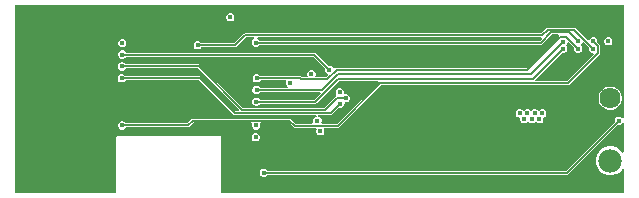
<source format=gbr>
%TF.GenerationSoftware,Altium Limited,Altium Designer,23.6.0 (18)*%
G04 Layer_Physical_Order=6*
G04 Layer_Color=16711680*
%FSLAX45Y45*%
%MOMM*%
%TF.SameCoordinates,DE65B9CC-D9CF-42CD-B8C9-10693606ABAB*%
%TF.FilePolarity,Positive*%
%TF.FileFunction,Copper,L6,Bot,Signal*%
%TF.Part,Single*%
G01*
G75*
%TA.AperFunction,Conductor*%
%ADD22C,0.12700*%
%TA.AperFunction,ComponentPad*%
%ADD24C,1.78500*%
%ADD25C,1.98000*%
%TA.AperFunction,ViaPad*%
%ADD26C,0.45000*%
G36*
X7879009Y3056393D02*
X7866309Y3053867D01*
X7865741Y3055239D01*
X7855839Y3065141D01*
X7842902Y3070500D01*
X7828898D01*
X7815961Y3065141D01*
X7806059Y3055239D01*
X7800700Y3042302D01*
Y3028298D01*
X7802126Y3024855D01*
X7388768Y2611496D01*
X4861467D01*
X4860041Y2614939D01*
X4850139Y2624841D01*
X4837202Y2630200D01*
X4823198D01*
X4810261Y2624841D01*
X4800359Y2614939D01*
X4795000Y2602002D01*
Y2587998D01*
X4800359Y2575061D01*
X4810261Y2565159D01*
X4823198Y2559800D01*
X4837202D01*
X4850139Y2565159D01*
X4860041Y2575061D01*
X4861467Y2578504D01*
X7395600D01*
X7407264Y2583336D01*
X7825455Y3001526D01*
X7828898Y3000100D01*
X7842902D01*
X7855839Y3005459D01*
X7865741Y3015361D01*
X7866309Y3016733D01*
X7879009Y3014207D01*
Y2768440D01*
X7866742Y2765153D01*
X7862825Y2771938D01*
X7839738Y2795025D01*
X7811462Y2811350D01*
X7779925Y2819800D01*
X7747275D01*
X7715738Y2811350D01*
X7687462Y2795025D01*
X7664375Y2771938D01*
X7648050Y2743662D01*
X7639600Y2712125D01*
Y2679475D01*
X7648050Y2647938D01*
X7664375Y2619662D01*
X7687462Y2596575D01*
X7715738Y2580250D01*
X7747275Y2571800D01*
X7779925D01*
X7811462Y2580250D01*
X7839738Y2596575D01*
X7862825Y2619662D01*
X7866742Y2626447D01*
X7879009Y2623160D01*
Y2420691D01*
X4465900D01*
Y2905000D01*
X3585900D01*
X3581400Y2900500D01*
Y2420691D01*
X2725491D01*
Y4018209D01*
X7879009D01*
Y3056393D01*
D02*
G37*
%LPC*%
G36*
X4553602Y3946800D02*
X4539598D01*
X4526661Y3941441D01*
X4516759Y3931539D01*
X4511400Y3918602D01*
Y3904598D01*
X4516759Y3891661D01*
X4526661Y3881759D01*
X4539598Y3876400D01*
X4553602D01*
X4566539Y3881759D01*
X4576441Y3891661D01*
X4581800Y3904598D01*
Y3918602D01*
X4576441Y3931539D01*
X4566539Y3941441D01*
X4553602Y3946800D01*
D02*
G37*
G36*
X7754002Y3743600D02*
X7739998D01*
X7727061Y3738241D01*
X7717159Y3728339D01*
X7711800Y3715402D01*
Y3701398D01*
X7717159Y3688461D01*
X7727061Y3678559D01*
X7739998Y3673200D01*
X7754002D01*
X7766939Y3678559D01*
X7776841Y3688461D01*
X7782200Y3701398D01*
Y3715402D01*
X7776841Y3728339D01*
X7766939Y3738241D01*
X7754002Y3743600D01*
D02*
G37*
G36*
X3638906Y3727902D02*
X3624902D01*
X3611965Y3722543D01*
X3602063Y3712641D01*
X3596704Y3699704D01*
Y3685700D01*
X3602063Y3672763D01*
X3611965Y3662861D01*
X3624902Y3657502D01*
X3638906D01*
X3651843Y3662861D01*
X3661745Y3672763D01*
X3667104Y3685700D01*
Y3699704D01*
X3661745Y3712641D01*
X3651843Y3722543D01*
X3638906Y3727902D01*
D02*
G37*
G36*
X7458710Y3822686D02*
X7235190D01*
X7223526Y3817854D01*
X7179462Y3773791D01*
X4671695D01*
X4660031Y3768959D01*
X4581867Y3690796D01*
X4302467D01*
X4301041Y3694239D01*
X4291139Y3704141D01*
X4278202Y3709500D01*
X4264198D01*
X4251261Y3704141D01*
X4241359Y3694239D01*
X4236000Y3681302D01*
Y3667298D01*
X4241359Y3654361D01*
X4251261Y3644459D01*
X4264198Y3639100D01*
X4278202D01*
X4291139Y3644459D01*
X4301041Y3654361D01*
X4302467Y3657804D01*
X4588700D01*
X4600364Y3662636D01*
X4678528Y3740799D01*
X4748600D01*
X4751126Y3728099D01*
X4743261Y3724841D01*
X4733359Y3714939D01*
X4728000Y3702002D01*
Y3687998D01*
X4733359Y3675061D01*
X4743261Y3665159D01*
X4756198Y3659800D01*
X4770202D01*
X4783139Y3665159D01*
X4793041Y3675061D01*
X4794467Y3678504D01*
X7174800D01*
X7186464Y3683336D01*
X7271233Y3768104D01*
X7322273D01*
X7326176Y3755404D01*
X7054367Y3483596D01*
X5448300D01*
X5436636Y3478764D01*
X5431733Y3473861D01*
X5418246Y3478335D01*
X5414641Y3487039D01*
X5404739Y3496941D01*
X5391802Y3502300D01*
X5377798D01*
X5374355Y3500874D01*
X5268564Y3606664D01*
X5256900Y3611496D01*
X3662567D01*
X3661141Y3614939D01*
X3651239Y3624841D01*
X3638302Y3630200D01*
X3624298D01*
X3611361Y3624841D01*
X3601459Y3614939D01*
X3596100Y3602002D01*
Y3587998D01*
X3601459Y3575061D01*
X3611361Y3565159D01*
X3624298Y3559800D01*
X3638302D01*
X3651239Y3565159D01*
X3661141Y3575061D01*
X3662567Y3578504D01*
X5250067D01*
X5351026Y3477545D01*
X5349600Y3474102D01*
Y3460098D01*
X5354959Y3447161D01*
X5364861Y3437259D01*
X5373565Y3433654D01*
X5378039Y3420167D01*
X5360617Y3402746D01*
X5274919D01*
X5266583Y3415446D01*
X5268800Y3420798D01*
Y3434802D01*
X5263441Y3447739D01*
X5253539Y3457641D01*
X5240602Y3463000D01*
X5226598D01*
X5213661Y3457641D01*
X5203759Y3447739D01*
X5198400Y3434802D01*
Y3420798D01*
X5200617Y3415446D01*
X5192281Y3402746D01*
X5154983D01*
X5151064Y3406664D01*
X5139400Y3411496D01*
X4802367D01*
X4800941Y3414939D01*
X4791039Y3424841D01*
X4778102Y3430200D01*
X4764098D01*
X4751161Y3424841D01*
X4741259Y3414939D01*
X4735900Y3402002D01*
Y3387998D01*
X4741259Y3375061D01*
X4751161Y3365159D01*
X4764098Y3359800D01*
X4778102D01*
X4791039Y3365159D01*
X4800941Y3375061D01*
X4802367Y3378504D01*
X5013931D01*
X5021887Y3365804D01*
X5019400Y3359802D01*
Y3345798D01*
X5024759Y3332861D01*
X5033424Y3324196D01*
X5032628Y3318418D01*
X5029531Y3311496D01*
X4800767D01*
X4799341Y3314939D01*
X4789439Y3324841D01*
X4776502Y3330200D01*
X4762498D01*
X4749561Y3324841D01*
X4739659Y3314939D01*
X4734300Y3302002D01*
Y3287998D01*
X4739659Y3275061D01*
X4749561Y3265159D01*
X4762498Y3259800D01*
X4776502D01*
X4789439Y3265159D01*
X4799341Y3275061D01*
X4800767Y3278504D01*
X5308682D01*
X5313542Y3266771D01*
X5258267Y3211496D01*
X4799167D01*
X4797741Y3214939D01*
X4787839Y3224841D01*
X4774902Y3230200D01*
X4760898D01*
X4747961Y3224841D01*
X4738059Y3214939D01*
X4732700Y3202002D01*
Y3187998D01*
X4738059Y3175061D01*
X4747961Y3165159D01*
X4760898Y3159800D01*
X4774902D01*
X4787839Y3165159D01*
X4797741Y3175061D01*
X4799167Y3178504D01*
X5265100D01*
X5276764Y3183336D01*
X5467833Y3374404D01*
X5798272D01*
X5802176Y3361704D01*
X5450317Y3009846D01*
X5324919D01*
X5316583Y3022546D01*
X5318800Y3027898D01*
Y3041902D01*
X5313441Y3054839D01*
X5303539Y3064741D01*
X5290602Y3070100D01*
X5291798Y3082304D01*
X5395900D01*
X5407564Y3087136D01*
X5462455Y3142026D01*
X5465898Y3140600D01*
X5479902D01*
X5492839Y3145959D01*
X5502741Y3155861D01*
X5508100Y3168798D01*
Y3180747D01*
X5514797Y3187768D01*
X5518616Y3190600D01*
X5531502D01*
X5544439Y3195959D01*
X5554341Y3205861D01*
X5559700Y3218798D01*
Y3232802D01*
X5554341Y3245739D01*
X5544439Y3255641D01*
X5531502Y3261000D01*
X5518616D01*
X5514797Y3263832D01*
X5508100Y3270853D01*
Y3282802D01*
X5502741Y3295739D01*
X5492839Y3305641D01*
X5479902Y3311000D01*
X5465898D01*
X5452961Y3305641D01*
X5443059Y3295739D01*
X5437700Y3282802D01*
Y3268798D01*
X5443059Y3255861D01*
X5444891Y3254029D01*
X5441486Y3239473D01*
X5436636Y3237464D01*
X5339867Y3140696D01*
X4655033D01*
X4289064Y3506664D01*
X4277400Y3511496D01*
X3660967D01*
X3659541Y3514939D01*
X3649639Y3524841D01*
X3636702Y3530200D01*
X3622698D01*
X3609761Y3524841D01*
X3599859Y3514939D01*
X3594500Y3502002D01*
Y3487998D01*
X3599859Y3475061D01*
X3609761Y3465159D01*
X3622698Y3459800D01*
X3636702D01*
X3649639Y3465159D01*
X3659541Y3475061D01*
X3660967Y3478504D01*
X4270567D01*
X4622042Y3127029D01*
X4617182Y3115296D01*
X4589553D01*
X4298184Y3406664D01*
X4286520Y3411496D01*
X3659367D01*
X3657941Y3414939D01*
X3648039Y3424841D01*
X3635102Y3430200D01*
X3621098D01*
X3608161Y3424841D01*
X3598259Y3414939D01*
X3592900Y3402002D01*
Y3387998D01*
X3598259Y3375061D01*
X3608161Y3365159D01*
X3621098Y3359800D01*
X3635102D01*
X3648039Y3365159D01*
X3657941Y3375061D01*
X3659367Y3378504D01*
X4279688D01*
X4571056Y3087136D01*
X4582720Y3082304D01*
X5275402D01*
X5276598Y3070100D01*
X5263661Y3064741D01*
X5253759Y3054839D01*
X5248400Y3041902D01*
Y3027898D01*
X5250617Y3022546D01*
X5242281Y3009846D01*
X5097563D01*
X5059194Y3048214D01*
X5047530Y3053046D01*
X4231101D01*
X4219436Y3048214D01*
X4182718Y3011496D01*
X3661267D01*
X3659841Y3014939D01*
X3649939Y3024841D01*
X3637002Y3030200D01*
X3622998D01*
X3610061Y3024841D01*
X3600159Y3014939D01*
X3594800Y3002002D01*
Y2987998D01*
X3600159Y2975061D01*
X3610061Y2965159D01*
X3622998Y2959800D01*
X3637002D01*
X3649939Y2965159D01*
X3659841Y2975061D01*
X3661267Y2978504D01*
X4189550D01*
X4201215Y2983336D01*
X4237933Y3020054D01*
X4723381D01*
X4731717Y3007354D01*
X4729500Y3002002D01*
Y2987998D01*
X4734859Y2975061D01*
X4744761Y2965159D01*
X4757698Y2959800D01*
X4771702D01*
X4784639Y2965159D01*
X4794541Y2975061D01*
X4799900Y2987998D01*
Y3002002D01*
X4797683Y3007354D01*
X4806019Y3020054D01*
X5040698D01*
X5079066Y2981686D01*
X5090730Y2976854D01*
X5271314D01*
X5274533Y2972308D01*
X5277854Y2964154D01*
X5273400Y2953402D01*
Y2939398D01*
X5278759Y2926461D01*
X5288661Y2916559D01*
X5301598Y2911200D01*
X5315602D01*
X5328539Y2916559D01*
X5338441Y2926461D01*
X5343800Y2939398D01*
Y2953402D01*
X5339346Y2964154D01*
X5342667Y2972308D01*
X5345886Y2976854D01*
X5457150D01*
X5468814Y2981686D01*
X5823433Y3336304D01*
X7404100D01*
X7415764Y3341136D01*
X7673214Y3598586D01*
X7678046Y3610250D01*
Y3666850D01*
X7673214Y3678514D01*
X7653774Y3697955D01*
X7655200Y3701398D01*
Y3715402D01*
X7649841Y3728339D01*
X7639939Y3738241D01*
X7627002Y3743600D01*
X7612998D01*
X7600061Y3738241D01*
X7590159Y3728339D01*
X7586554Y3719635D01*
X7573067Y3715162D01*
X7470374Y3817854D01*
X7458710Y3822686D01*
D02*
G37*
G36*
X7776520Y3323940D02*
X7750679D01*
X7725719Y3317252D01*
X7703340Y3304331D01*
X7685068Y3286059D01*
X7672148Y3263681D01*
X7665460Y3238720D01*
Y3212880D01*
X7672148Y3187919D01*
X7685068Y3165541D01*
X7703340Y3147269D01*
X7725719Y3134348D01*
X7750679Y3127660D01*
X7776520D01*
X7801480Y3134348D01*
X7823859Y3147269D01*
X7842131Y3165541D01*
X7855052Y3187919D01*
X7861740Y3212880D01*
Y3238720D01*
X7855052Y3263681D01*
X7842131Y3286059D01*
X7823859Y3304331D01*
X7801480Y3317252D01*
X7776520Y3323940D01*
D02*
G37*
G36*
X7195202Y3134000D02*
X7181198D01*
X7168261Y3128641D01*
X7164747Y3125127D01*
X7156450Y3119934D01*
X7148153Y3125127D01*
X7144639Y3128641D01*
X7131702Y3134000D01*
X7117698D01*
X7104761Y3128641D01*
X7101247Y3125127D01*
X7092950Y3119934D01*
X7084653Y3125127D01*
X7081139Y3128641D01*
X7068202Y3134000D01*
X7054198D01*
X7041261Y3128641D01*
X7037747Y3125127D01*
X7029450Y3119934D01*
X7021153Y3125127D01*
X7017639Y3128641D01*
X7004702Y3134000D01*
X6990698D01*
X6977761Y3128641D01*
X6967859Y3118739D01*
X6962500Y3105802D01*
Y3091798D01*
X6967859Y3078861D01*
X6977761Y3068959D01*
X6990457Y3063700D01*
X6996793Y3060699D01*
X7000600Y3055002D01*
Y3040998D01*
X7005959Y3028061D01*
X7015861Y3018159D01*
X7028798Y3012800D01*
X7042802D01*
X7055739Y3018159D01*
X7060335Y3022755D01*
X7067635Y3027124D01*
X7076928Y3022755D01*
X7080617Y3019066D01*
X7093555Y3013707D01*
X7107558D01*
X7120495Y3019066D01*
X7122928Y3021499D01*
X7132151Y3027532D01*
X7139521Y3021499D01*
X7142861Y3018159D01*
X7155798Y3012800D01*
X7169802D01*
X7182739Y3018159D01*
X7192641Y3028061D01*
X7198000Y3040998D01*
Y3055002D01*
X7206283Y3068190D01*
X7208139Y3068959D01*
X7218041Y3078861D01*
X7223400Y3091798D01*
Y3105802D01*
X7218041Y3118739D01*
X7208139Y3128641D01*
X7195202Y3134000D01*
D02*
G37*
G36*
X4769502Y2930800D02*
X4755498D01*
X4742561Y2925441D01*
X4732659Y2915539D01*
X4727300Y2902602D01*
Y2888598D01*
X4732659Y2875661D01*
X4742561Y2865759D01*
X4755498Y2860400D01*
X4769502D01*
X4782439Y2865759D01*
X4792341Y2875661D01*
X4797700Y2888598D01*
Y2902602D01*
X4792341Y2915539D01*
X4782439Y2925441D01*
X4769502Y2930800D01*
D02*
G37*
%LPD*%
G36*
X7184570Y3728099D02*
X7167967Y3711496D01*
X4794467D01*
X4793041Y3714939D01*
X4783139Y3724841D01*
X4775274Y3728099D01*
X4777800Y3740799D01*
X7179310D01*
X7184570Y3728099D01*
D02*
G37*
G36*
X7586226Y3655345D02*
X7584800Y3651902D01*
Y3637898D01*
X7590159Y3624961D01*
X7600061Y3615059D01*
X7612998Y3609700D01*
X7619711D01*
X7624972Y3597000D01*
X7397267Y3369296D01*
X7130327D01*
X7126424Y3381996D01*
X7355555Y3611126D01*
X7358998Y3609700D01*
X7373002D01*
X7385939Y3615059D01*
X7395841Y3624961D01*
X7401200Y3637898D01*
Y3651902D01*
X7395841Y3664839D01*
X7386930Y3673750D01*
X7395841Y3682661D01*
X7401200Y3695598D01*
X7413900Y3700672D01*
X7459226Y3655345D01*
X7457800Y3651902D01*
Y3637898D01*
X7463159Y3624961D01*
X7473061Y3615059D01*
X7485998Y3609700D01*
X7500002D01*
X7512939Y3615059D01*
X7522841Y3624961D01*
X7528200Y3637898D01*
Y3651902D01*
X7522841Y3664839D01*
X7519327Y3668353D01*
X7514134Y3676650D01*
X7519327Y3684947D01*
X7522841Y3688461D01*
X7526446Y3697165D01*
X7539933Y3701638D01*
X7586226Y3655345D01*
D02*
G37*
D22*
X7395600Y2595000D02*
X7835900Y3035300D01*
X4830200Y2595000D02*
X7395600D01*
X7620000Y3708400D02*
X7661550Y3666850D01*
X7404100Y3352800D02*
X7661550Y3610250D01*
Y3666850D01*
X5816600Y3352800D02*
X7404100D01*
X7458710Y3806190D02*
X7620000Y3644900D01*
X7235190Y3806190D02*
X7458710D01*
X5457150Y2993350D02*
X5816600Y3352800D01*
X5367450Y3386250D02*
X5448300Y3467100D01*
X5461000Y3390900D02*
X7112000D01*
X7061200Y3467100D02*
X7340600Y3746500D01*
X5461000Y3429000D02*
X7091339D01*
X5448300Y3467100D02*
X7061200D01*
X7112000Y3390900D02*
X7366000Y3644900D01*
X5265100Y3195000D02*
X5461000Y3390900D01*
X7091339Y3429000D02*
X7364939Y3702600D01*
X5327000Y3295000D02*
X5461000Y3429000D01*
X5090730Y2993350D02*
X5457150D01*
X5047530Y3036550D02*
X5090730Y2993350D01*
X4582720Y3098800D02*
X5395900D01*
X5472900Y3175800D01*
X4286520Y3395000D02*
X4582720Y3098800D01*
X3630000Y2995000D02*
X4189550D01*
X4231101Y3036550D01*
X5047530D01*
X4271200Y3674300D02*
X4588700D01*
X4671695Y3757295D01*
X7186295D02*
X7235190Y3806190D01*
X4671695Y3757295D02*
X7186295D01*
X7174800Y3695000D02*
X7264400Y3784600D01*
X4763200Y3695000D02*
X7174800D01*
X7416800Y3784600D02*
X7493000Y3708400D01*
X7264400Y3784600D02*
X7416800D01*
X7340600Y3746500D02*
X7391400D01*
X7493000Y3644900D01*
X5148150Y3386250D02*
X5367450D01*
X5139400Y3395000D02*
X5148150Y3386250D01*
X5256900Y3595000D02*
X5384800Y3467100D01*
X4771100Y3395000D02*
X5139400D01*
X7364939Y3702600D02*
X7366000D01*
X4767900Y3195000D02*
X5265100D01*
X4769500Y3295000D02*
X5327000D01*
X4648200Y3124200D02*
X5346700D01*
X4277400Y3495000D02*
X4648200Y3124200D01*
X3631300Y3595000D02*
X5256900D01*
X5448300Y3225800D02*
X5524500D01*
X5346700Y3124200D02*
X5448300Y3225800D01*
X3629700Y3495000D02*
X4277400D01*
X3628100Y3395000D02*
X4286520D01*
D24*
X7763600Y3225800D02*
D03*
X2853600D02*
D03*
D25*
X7763600Y2695800D02*
D03*
D26*
X7778750Y2857500D02*
D03*
X7620000Y2540000D02*
D03*
X7302500D02*
D03*
X6985000Y3810000D02*
D03*
Y2540000D02*
D03*
X6667500Y3810000D02*
D03*
Y3175000D02*
D03*
X6826250Y2857500D02*
D03*
X6667500Y2540000D02*
D03*
X6350000Y3810000D02*
D03*
Y3175000D02*
D03*
X6508750Y2857500D02*
D03*
X6350000Y2540000D02*
D03*
X6032500Y3810000D02*
D03*
Y3175000D02*
D03*
X6191250Y2857500D02*
D03*
X6032500Y2540000D02*
D03*
X5715000Y3810000D02*
D03*
Y3175000D02*
D03*
X5873750Y2857500D02*
D03*
X5715000Y2540000D02*
D03*
X5397500Y3810000D02*
D03*
X5556250Y2857500D02*
D03*
X5397500Y2540000D02*
D03*
X5080000Y3810000D02*
D03*
Y2540000D02*
D03*
X4762500Y3810000D02*
D03*
Y2540000D02*
D03*
X4127500Y3175000D02*
D03*
X3810000D02*
D03*
X3175000Y2540000D02*
D03*
X2857500Y3810000D02*
D03*
X3016250Y3492500D02*
D03*
X2857500Y2540000D02*
D03*
X7162800Y3048000D02*
D03*
X7100556Y3048907D02*
D03*
X7035800Y3048000D02*
D03*
X7188200Y3098800D02*
D03*
X7124700D02*
D03*
X7061200D02*
D03*
X6997700D02*
D03*
X4546600Y3911600D02*
D03*
X5054600Y3352800D02*
D03*
X5308600Y2946400D02*
D03*
X5283600Y3034900D02*
D03*
X7835900Y3035300D02*
D03*
X4830200Y2595000D02*
D03*
X7620000Y3644900D02*
D03*
Y3708400D02*
D03*
X3630000Y2995000D02*
D03*
X5384800Y3467100D02*
D03*
X7366000Y3644900D02*
D03*
X5472900Y3275800D02*
D03*
Y3175800D02*
D03*
X4762500Y2895600D02*
D03*
X4767900Y3195000D02*
D03*
X4763200Y3695000D02*
D03*
X4271200Y3674300D02*
D03*
X7747000Y3708400D02*
D03*
X7493000D02*
D03*
Y3644900D02*
D03*
X7366000Y3702600D02*
D03*
X4764700Y2995000D02*
D03*
X4771100Y3395000D02*
D03*
X4769500Y3295000D02*
D03*
X5233600Y3427800D02*
D03*
X5524500Y3225800D02*
D03*
X3631904Y3692702D02*
D03*
X3628100Y3395000D02*
D03*
X3629700Y3495000D02*
D03*
X3631300Y3595000D02*
D03*
%TF.MD5,2993c67951a95a50933f74940c98bc2c*%
M02*

</source>
